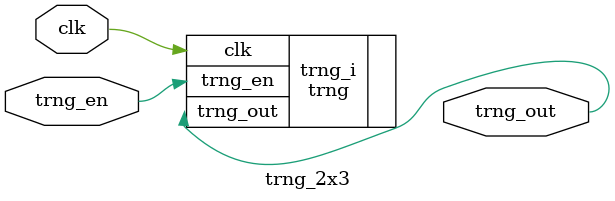
<source format=sv>


`default_nettype none

module trng_2x3 (
    input  clk,     // Sampling clock
    input  trng_en, // Enable all ring oscillators
    output trng_out // Output of the trng
);

    localparam NUM_OSCILLATORS = 2;
    localparam NUM_INVERTER = 3;

    trng #(
        .NUM_INVERTER       (NUM_INVERTER),
        .NUM_OSCILLATORS    (NUM_OSCILLATORS)
    ) trng_i (
        .clk        (clk),
        .trng_en    (trng_en),
        .trng_out   (trng_out)
    );

endmodule

</source>
